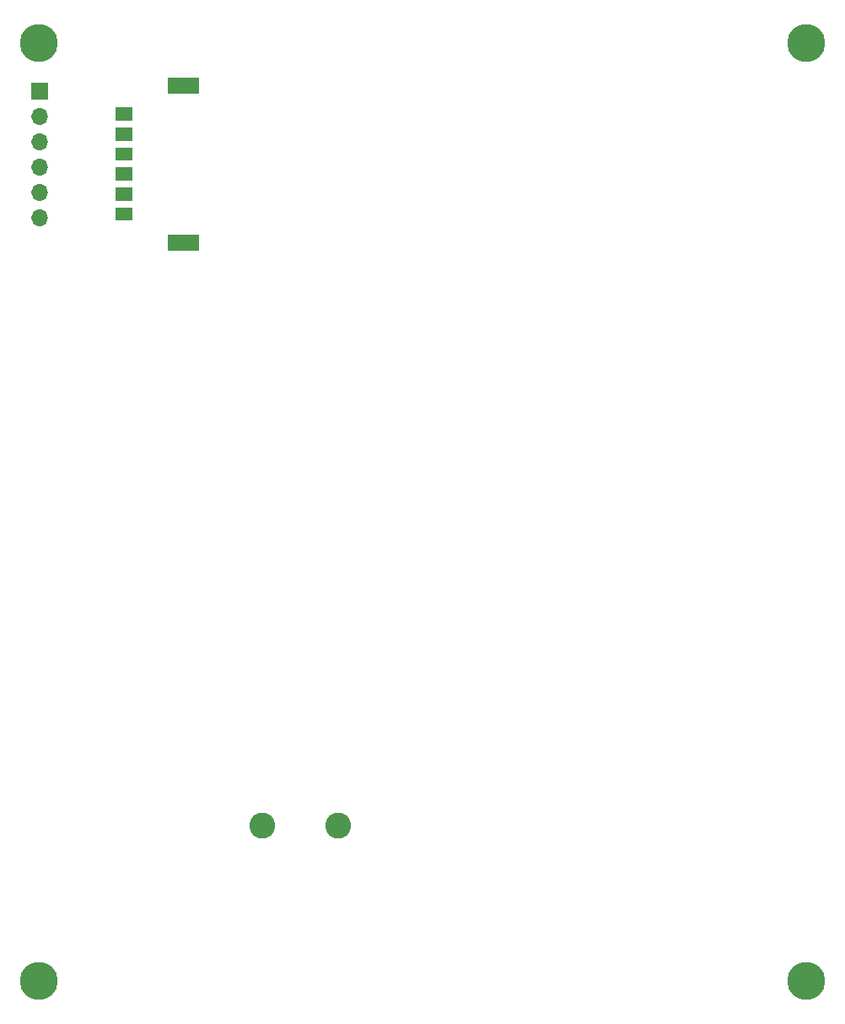
<source format=gbs>
%TF.GenerationSoftware,KiCad,Pcbnew,(6.0.5)*%
%TF.CreationDate,2023-01-23T17:02:21-08:00*%
%TF.ProjectId,Coil_Panels_XY,436f696c-5f50-4616-9e65-6c735f58592e,rev?*%
%TF.SameCoordinates,Original*%
%TF.FileFunction,Soldermask,Bot*%
%TF.FilePolarity,Negative*%
%FSLAX46Y46*%
G04 Gerber Fmt 4.6, Leading zero omitted, Abs format (unit mm)*
G04 Created by KiCad (PCBNEW (6.0.5)) date 2023-01-23 17:02:21*
%MOMM*%
%LPD*%
G01*
G04 APERTURE LIST*
%ADD10C,0.010000*%
%ADD11R,1.700000X1.700000*%
%ADD12O,1.700000X1.700000*%
%ADD13C,3.800000*%
%ADD14C,2.600000*%
G04 APERTURE END LIST*
G36*
X124301200Y-53186200D02*
G01*
X122698800Y-53186200D01*
X122698800Y-51933800D01*
X124301200Y-51933800D01*
X124301200Y-53186200D01*
G37*
D10*
X124301200Y-53186200D02*
X122698800Y-53186200D01*
X122698800Y-51933800D01*
X124301200Y-51933800D01*
X124301200Y-53186200D01*
G36*
X124301200Y-59186200D02*
G01*
X122698800Y-59186200D01*
X122698800Y-57933800D01*
X124301200Y-57933800D01*
X124301200Y-59186200D01*
G37*
X124301200Y-59186200D02*
X122698800Y-59186200D01*
X122698800Y-57933800D01*
X124301200Y-57933800D01*
X124301200Y-59186200D01*
G36*
X124301200Y-57186200D02*
G01*
X122698800Y-57186200D01*
X122698800Y-55933800D01*
X124301200Y-55933800D01*
X124301200Y-57186200D01*
G37*
X124301200Y-57186200D02*
X122698800Y-57186200D01*
X122698800Y-55933800D01*
X124301200Y-55933800D01*
X124301200Y-57186200D01*
G36*
X124301200Y-63186200D02*
G01*
X122698800Y-63186200D01*
X122698800Y-61933800D01*
X124301200Y-61933800D01*
X124301200Y-63186200D01*
G37*
X124301200Y-63186200D02*
X122698800Y-63186200D01*
X122698800Y-61933800D01*
X124301200Y-61933800D01*
X124301200Y-63186200D01*
G36*
X124301200Y-55186200D02*
G01*
X122698800Y-55186200D01*
X122698800Y-53933800D01*
X124301200Y-53933800D01*
X124301200Y-55186200D01*
G37*
X124301200Y-55186200D02*
X122698800Y-55186200D01*
X122698800Y-53933800D01*
X124301200Y-53933800D01*
X124301200Y-55186200D01*
G36*
X124301200Y-61186200D02*
G01*
X122698800Y-61186200D01*
X122698800Y-59933800D01*
X124301200Y-59933800D01*
X124301200Y-61186200D01*
G37*
X124301200Y-61186200D02*
X122698800Y-61186200D01*
X122698800Y-59933800D01*
X124301200Y-59933800D01*
X124301200Y-61186200D01*
G36*
X131001200Y-66206200D02*
G01*
X127948800Y-66206200D01*
X127948800Y-64703800D01*
X131001200Y-64703800D01*
X131001200Y-66206200D01*
G37*
X131001200Y-66206200D02*
X127948800Y-66206200D01*
X127948800Y-64703800D01*
X131001200Y-64703800D01*
X131001200Y-66206200D01*
G36*
X131001200Y-50416200D02*
G01*
X127948800Y-50416200D01*
X127948800Y-48913800D01*
X131001200Y-48913800D01*
X131001200Y-50416200D01*
G37*
X131001200Y-50416200D02*
X127948800Y-50416200D01*
X127948800Y-48913800D01*
X131001200Y-48913800D01*
X131001200Y-50416200D01*
D11*
X115140000Y-50284000D03*
D12*
X115140000Y-52824000D03*
X115140000Y-55364000D03*
X115140000Y-57904000D03*
X115140000Y-60444000D03*
X115140000Y-62984000D03*
D13*
X115046000Y-45497997D03*
D14*
X115046000Y-45497997D03*
D13*
X192046000Y-139497997D03*
D14*
X192046000Y-139497997D03*
X115046000Y-139497997D03*
D13*
X115046000Y-139497997D03*
D14*
X137492000Y-123944000D03*
X145112000Y-123944000D03*
D13*
X192046000Y-45497997D03*
D14*
X192046000Y-45497997D03*
M02*

</source>
